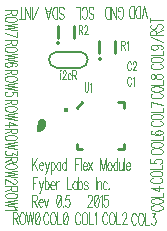
<source format=gto>
G04 DipTrace 2.4.0.2*
%INkeypad.gto*%
%MOMM*%
%ADD10C,0.25*%
%ADD15C,0.152*%
%ADD23O,0.377X0.312*%
%ADD28O,0.4X0.437*%
%ADD35O,0.723X0.863*%
%ADD53C,0.118*%
%ADD54C,0.111*%
%FSLAX53Y53*%
G04*
G71*
G90*
G75*
G01*
%LNTopSilk*%
%LPD*%
X18618Y26844D2*
D15*
G02X18618Y25494I-80J-675D01*
G01*
X16543D2*
G02X16543Y26844I80J675D01*
G01*
X16581Y25494D2*
X18581D1*
X16581Y26844D2*
X18581D1*
X20163Y26743D2*
D10*
Y27743D1*
X21563Y26743D2*
Y27743D1*
D23*
X20241Y26272D3*
X16668Y28029D2*
D10*
Y29029D1*
X18068Y28029D2*
Y29029D1*
D23*
X16746Y27558D3*
D28*
X17355Y21931D3*
X18272Y22076D2*
D10*
X18772Y22576D1*
X21772D2*
X22272D1*
Y22076D1*
Y19076D2*
Y18576D1*
X21772D1*
X18272Y19076D2*
Y18576D1*
X18772D1*
G36*
X15063Y20014D2*
X15680Y20648D1*
X15196Y20994D1*
X15070Y20838D1*
X15063Y20014D1*
G37*
D35*
X15345Y20709D3*
X15060Y20131D2*
D10*
G03X15576Y20634I-68J586D01*
G01*
X15046Y20154D2*
G02X15106Y20774I970J219D01*
G01*
X22877Y24560D2*
D53*
X22855Y24633D1*
X22811Y24706D1*
X22768Y24742D1*
X22680D1*
X22636Y24706D1*
X22593Y24633D1*
X22571Y24560D1*
X22549Y24451D1*
Y24268D1*
X22571Y24159D1*
X22593Y24086D1*
X22636Y24014D1*
X22680Y23977D1*
X22768D1*
X22811Y24014D1*
X22855Y24086D1*
X22877Y24159D1*
X23018Y24596D2*
X23062Y24633D1*
X23128Y24741D1*
Y23977D1*
X22882Y25844D2*
X22861Y25916D1*
X22817Y25990D1*
X22773Y26026D1*
X22686D1*
X22642Y25990D1*
X22598Y25916D1*
X22576Y25844D1*
X22554Y25734D1*
Y25552D1*
X22576Y25443D1*
X22598Y25370D1*
X22642Y25297D1*
X22686Y25260D1*
X22773D1*
X22817Y25297D1*
X22861Y25370D1*
X22882Y25443D1*
X23046Y25843D2*
Y25879D1*
X23067Y25953D1*
X23089Y25989D1*
X23133Y26025D1*
X23221D1*
X23264Y25989D1*
X23286Y25953D1*
X23308Y25879D1*
Y25807D1*
X23286Y25734D1*
X23242Y25625D1*
X23023Y25260D1*
X23330D1*
X16889Y25262D2*
X16910Y25226D1*
X16933Y25262D1*
X16910Y25299D1*
X16889Y25262D1*
X16910Y25007D2*
Y24496D1*
X17096Y25079D2*
Y25115D1*
X17118Y25189D1*
X17140Y25225D1*
X17184Y25261D1*
X17271D1*
X17314Y25225D1*
X17336Y25189D1*
X17358Y25115D1*
Y25043D1*
X17336Y24970D1*
X17293Y24861D1*
X17074Y24496D1*
X17380D1*
X17784Y24897D2*
X17740Y24970D1*
X17696Y25007D1*
X17631D1*
X17587Y24970D1*
X17544Y24897D1*
X17521Y24788D1*
Y24715D1*
X17544Y24606D1*
X17587Y24533D1*
X17631Y24496D1*
X17696D1*
X17740Y24533D1*
X17784Y24606D1*
X17925Y24897D2*
X18122D1*
X18188Y24934D1*
X18210Y24970D1*
X18232Y25043D1*
Y25116D1*
X18210Y25189D1*
X18188Y25226D1*
X18122Y25262D1*
X17925D1*
Y24496D1*
X18078Y24897D2*
X18232Y24496D1*
X22060Y27397D2*
X22256D1*
X22322Y27434D1*
X22344Y27470D1*
X22366Y27542D1*
Y27616D1*
X22344Y27688D1*
X22322Y27725D1*
X22256Y27761D1*
X22060D1*
Y26996D1*
X22213Y27397D2*
X22366Y26996D1*
X22507Y27615D2*
X22551Y27652D1*
X22617Y27761D1*
Y26996D1*
X18466Y28717D2*
X18663D1*
X18728Y28754D1*
X18751Y28790D1*
X18772Y28862D1*
Y28936D1*
X18751Y29008D1*
X18728Y29045D1*
X18663Y29081D1*
X18466D1*
Y28316D1*
X18619Y28717D2*
X18772Y28316D1*
X18936Y28899D2*
Y28935D1*
X18957Y29008D1*
X18979Y29044D1*
X19023Y29081D1*
X19111D1*
X19154Y29044D1*
X19176Y29008D1*
X19198Y28935D1*
Y28862D1*
X19176Y28789D1*
X19132Y28681D1*
X18913Y28316D1*
X19220D1*
X18960Y24242D2*
Y23695D1*
X18981Y23586D1*
X19025Y23513D1*
X19091Y23476D1*
X19135D1*
X19200Y23513D1*
X19244Y23586D1*
X19266Y23695D1*
Y24242D1*
X19407Y24095D2*
X19451Y24132D1*
X19517Y24241D1*
Y23476D1*
X24259Y29680D2*
D54*
X24026Y30701D1*
X23793Y29680D1*
X23660D2*
Y30701D1*
X23456D1*
X23368Y30651D1*
X23309Y30555D1*
X23280Y30457D1*
X23251Y30312D1*
Y30068D1*
X23280Y29922D1*
X23309Y29826D1*
X23368Y29728D1*
X23456Y29680D1*
X23660D1*
X23118D2*
Y30701D1*
X22914D1*
X22826Y30651D1*
X22768Y30555D1*
X22739Y30457D1*
X22710Y30312D1*
Y30068D1*
X22739Y29922D1*
X22768Y29826D1*
X22826Y29728D1*
X22914Y29680D1*
X23118D1*
X19223Y14509D2*
Y14558D1*
X19252Y14655D1*
X19281Y14704D1*
X19339Y14752D1*
X19456D1*
X19514Y14704D1*
X19543Y14655D1*
X19572Y14558D1*
Y14461D1*
X19543Y14363D1*
X19485Y14218D1*
X19193Y13732D1*
X19601D1*
X19910Y14752D2*
X19822Y14704D1*
X19764Y14558D1*
X19735Y14315D1*
Y14169D1*
X19764Y13926D1*
X19822Y13780D1*
X19910Y13732D1*
X19968D1*
X20055Y13780D1*
X20113Y13926D1*
X20143Y14169D1*
Y14315D1*
X20113Y14558D1*
X20055Y14704D1*
X19968Y14752D1*
X19910D1*
X20113Y14558D2*
X19764Y13926D1*
X20276Y14558D2*
X20335Y14607D1*
X20423Y14752D1*
Y13732D1*
X20906Y14752D2*
X20615D1*
X20586Y14315D1*
X20615Y14363D1*
X20702Y14413D1*
X20789D1*
X20877Y14363D1*
X20935Y14267D1*
X20964Y14121D1*
Y14024D1*
X20935Y13878D1*
X20877Y13780D1*
X20789Y13732D1*
X20702D1*
X20615Y13780D1*
X20586Y13830D1*
X20556Y13926D1*
X21771Y29888D2*
X21800Y29791D1*
X21859Y29693D1*
X21917Y29645D1*
X22033D1*
X22092Y29693D1*
X22150Y29791D1*
X22180Y29888D1*
X22208Y30034D1*
Y30277D1*
X22180Y30422D1*
X22150Y30520D1*
X22092Y30616D1*
X22033Y30666D1*
X21917D1*
X21859Y30616D1*
X21800Y30520D1*
X21771Y30422D1*
Y30277D1*
X21917D1*
X21229Y29645D2*
Y30666D1*
X21638Y29645D1*
Y30666D1*
X21096Y29645D2*
Y30666D1*
X20892D1*
X20804Y30616D1*
X20746Y30520D1*
X20717Y30422D1*
X20688Y30277D1*
Y30034D1*
X20717Y29888D1*
X20746Y29791D1*
X20804Y29693D1*
X20892Y29645D1*
X21096D1*
X19292Y29770D2*
X19350Y29673D1*
X19438Y29624D1*
X19554D1*
X19642Y29673D1*
X19700Y29770D1*
Y29867D1*
X19671Y29965D1*
X19642Y30013D1*
X19584Y30061D1*
X19409Y30159D1*
X19350Y30207D1*
X19321Y30257D1*
X19292Y30353D1*
Y30499D1*
X19350Y30596D1*
X19438Y30645D1*
X19554D1*
X19642Y30596D1*
X19700Y30499D1*
X18721Y29867D2*
X18750Y29770D1*
X18809Y29673D1*
X18867Y29624D1*
X18984D1*
X19042Y29673D1*
X19100Y29770D1*
X19130Y29867D1*
X19159Y30013D1*
Y30257D1*
X19130Y30402D1*
X19100Y30499D1*
X19042Y30596D1*
X18984Y30645D1*
X18867D1*
X18809Y30596D1*
X18750Y30499D1*
X18721Y30402D1*
X18588Y29624D2*
Y30645D1*
X18238D1*
X16771Y29770D2*
X16829Y29673D1*
X16916Y29624D1*
X17033D1*
X17120Y29673D1*
X17179Y29770D1*
Y29867D1*
X17149Y29965D1*
X17120Y30013D1*
X17062Y30061D1*
X16887Y30159D1*
X16829Y30207D1*
X16800Y30257D1*
X16771Y30353D1*
Y30499D1*
X16829Y30596D1*
X16916Y30645D1*
X17033D1*
X17120Y30596D1*
X17179Y30499D1*
X16637Y29624D2*
Y30645D1*
X16433D1*
X16345Y30596D1*
X16287Y30499D1*
X16258Y30402D1*
X16229Y30257D1*
Y30013D1*
X16258Y29867D1*
X16287Y29770D1*
X16345Y29673D1*
X16433Y29624D1*
X16637D1*
X15629Y30645D2*
X15862Y29624D1*
X16096Y30645D1*
X16008Y30305D2*
X15716D1*
X15006Y30650D2*
X14597Y29630D1*
X14464Y29629D2*
Y30650D1*
X13922Y29629D2*
Y30650D1*
X14331Y29629D1*
Y30650D1*
X13585Y29629D2*
Y30650D1*
X13789Y29629D2*
X13381D1*
X25556Y27697D2*
X24536Y28106D1*
X25021Y28239D2*
Y28501D1*
X24972Y28589D1*
X24923Y28618D1*
X24827Y28647D1*
X24729D1*
X24633Y28618D1*
X24583Y28589D1*
X24535Y28501D1*
Y28239D1*
X25556D1*
X25021Y28443D2*
X25556Y28647D1*
X24681Y29189D2*
X24583Y29131D1*
X24535Y29043D1*
Y28927D1*
X24583Y28839D1*
X24681Y28781D1*
X24777D1*
X24875Y28810D1*
X24923Y28839D1*
X24972Y28897D1*
X25069Y29072D1*
X25118Y29131D1*
X25167Y29160D1*
X25264Y29189D1*
X25410D1*
X25506Y29131D1*
X25556Y29043D1*
Y28927D1*
X25506Y28839D1*
X25410Y28781D1*
X24535Y29527D2*
X25556D1*
X24535Y29322D2*
Y29731D1*
X24779Y25809D2*
X24682Y25780D1*
X24584Y25722D1*
X24536Y25664D1*
Y25547D1*
X24584Y25489D1*
X24682Y25431D1*
X24779Y25401D1*
X24925Y25372D1*
X25168D1*
X25313Y25401D1*
X25411Y25431D1*
X25507Y25489D1*
X25557Y25547D1*
Y25664D1*
X25507Y25722D1*
X25411Y25780D1*
X25313Y25809D1*
X24536Y26118D2*
X24584Y26059D1*
X24682Y26001D1*
X24779Y25972D1*
X24925Y25943D1*
X25168D1*
X25313Y25972D1*
X25411Y26001D1*
X25507Y26059D1*
X25557Y26118D1*
Y26235D1*
X25507Y26292D1*
X25411Y26351D1*
X25313Y26380D1*
X25168Y26409D1*
X24925D1*
X24779Y26380D1*
X24682Y26351D1*
X24584Y26292D1*
X24536Y26235D1*
Y26118D1*
Y26542D2*
X25557D1*
Y26892D1*
X24876Y27405D2*
X25022Y27375D1*
X25120Y27317D1*
X25168Y27230D1*
Y27201D1*
X25120Y27113D1*
X25022Y27055D1*
X24876Y27025D1*
X24828D1*
X24682Y27055D1*
X24585Y27113D1*
X24537Y27201D1*
Y27230D1*
X24585Y27317D1*
X24682Y27375D1*
X24876Y27405D1*
X25120D1*
X25363Y27375D1*
X25509Y27317D1*
X25557Y27230D1*
Y27172D1*
X25509Y27084D1*
X25411Y27055D1*
X12736Y30371D2*
Y30109D1*
X12785Y30021D1*
X12834Y29992D1*
X12930Y29963D1*
X13028D1*
X13125Y29992D1*
X13174Y30021D1*
X13222Y30109D1*
Y30371D1*
X12201D1*
X12736Y30167D2*
X12201Y29963D1*
X13222Y29654D2*
X13174Y29713D1*
X13076Y29771D1*
X12980Y29800D1*
X12834Y29829D1*
X12590D1*
X12445Y29800D1*
X12347Y29771D1*
X12251Y29713D1*
X12201Y29654D1*
Y29538D1*
X12251Y29480D1*
X12347Y29421D1*
X12445Y29392D1*
X12590Y29363D1*
X12834D1*
X12980Y29392D1*
X13076Y29421D1*
X13174Y29480D1*
X13222Y29538D1*
Y29654D1*
Y29230D2*
X12201Y29083D1*
X13222Y28938D1*
X12201Y28792D1*
X13222Y28646D1*
X12201Y28396D2*
X13221Y28104D1*
Y28513D1*
X24781Y23329D2*
X24684Y23300D1*
X24586Y23241D1*
X24538Y23184D1*
Y23067D1*
X24586Y23008D1*
X24684Y22950D1*
X24781Y22921D1*
X24927Y22892D1*
X25170D1*
X25315Y22921D1*
X25413Y22950D1*
X25509Y23008D1*
X25559Y23067D1*
Y23184D1*
X25509Y23241D1*
X25413Y23300D1*
X25315Y23329D1*
X24538Y23638D2*
X24586Y23579D1*
X24684Y23521D1*
X24781Y23491D1*
X24927Y23462D1*
X25170D1*
X25315Y23491D1*
X25413Y23521D1*
X25509Y23579D1*
X25559Y23638D1*
Y23754D1*
X25509Y23812D1*
X25413Y23871D1*
X25315Y23900D1*
X25170Y23929D1*
X24927D1*
X24781Y23900D1*
X24684Y23871D1*
X24586Y23812D1*
X24538Y23754D1*
Y23638D1*
Y24062D2*
X25559D1*
Y24412D1*
X24539Y24691D2*
X24587Y24604D1*
X24684Y24574D1*
X24782D1*
X24878Y24604D1*
X24928Y24662D1*
X24976Y24778D1*
X25024Y24866D1*
X25122Y24924D1*
X25219Y24953D1*
X25365D1*
X25461Y24924D1*
X25511Y24895D1*
X25559Y24807D1*
Y24691D1*
X25511Y24604D1*
X25461Y24574D1*
X25365Y24545D1*
X25219D1*
X25122Y24574D1*
X25024Y24633D1*
X24976Y24720D1*
X24928Y24836D1*
X24878Y24895D1*
X24782Y24924D1*
X24684D1*
X24587Y24895D1*
X24539Y24807D1*
Y24691D1*
X24781Y20980D2*
X24684Y20951D1*
X24586Y20893D1*
X24538Y20835D1*
Y20718D1*
X24586Y20659D1*
X24684Y20601D1*
X24781Y20572D1*
X24927Y20543D1*
X25170D1*
X25315Y20572D1*
X25413Y20601D1*
X25509Y20659D1*
X25559Y20718D1*
Y20835D1*
X25509Y20893D1*
X25413Y20951D1*
X25315Y20980D1*
X24538Y21289D2*
X24586Y21230D1*
X24684Y21172D1*
X24781Y21142D1*
X24927Y21113D1*
X25170D1*
X25315Y21142D1*
X25413Y21172D1*
X25509Y21230D1*
X25559Y21289D1*
Y21405D1*
X25509Y21463D1*
X25413Y21522D1*
X25315Y21551D1*
X25170Y21580D1*
X24927D1*
X24781Y21551D1*
X24684Y21522D1*
X24586Y21463D1*
X24538Y21405D1*
Y21289D1*
Y21713D2*
X25559D1*
Y22063D1*
Y22313D2*
X24539Y22605D1*
Y22196D1*
X24782Y18600D2*
X24686Y18571D1*
X24588Y18512D1*
X24540Y18454D1*
Y18337D1*
X24588Y18279D1*
X24686Y18221D1*
X24782Y18191D1*
X24928Y18162D1*
X25172D1*
X25317Y18191D1*
X25415Y18221D1*
X25511Y18279D1*
X25561Y18337D1*
Y18454D1*
X25511Y18512D1*
X25415Y18571D1*
X25317Y18600D1*
X24540Y18908D2*
X24588Y18849D1*
X24686Y18792D1*
X24782Y18762D1*
X24928Y18733D1*
X25172D1*
X25317Y18762D1*
X25415Y18792D1*
X25511Y18849D1*
X25561Y18908D1*
Y19025D1*
X25511Y19083D1*
X25415Y19141D1*
X25317Y19170D1*
X25172Y19199D1*
X24928D1*
X24782Y19170D1*
X24686Y19141D1*
X24588Y19083D1*
X24540Y19025D1*
Y18908D1*
Y19333D2*
X25561D1*
Y19682D1*
X24686Y20165D2*
X24589Y20136D1*
X24541Y20049D1*
Y19991D1*
X24589Y19903D1*
X24735Y19845D1*
X24978Y19816D1*
X25220D1*
X25415Y19845D1*
X25512Y19903D1*
X25561Y19991D1*
Y20020D1*
X25512Y20107D1*
X25415Y20165D1*
X25269Y20194D1*
X25220D1*
X25074Y20165D1*
X24978Y20107D1*
X24930Y20020D1*
Y19991D1*
X24978Y19903D1*
X25074Y19845D1*
X25220Y19816D1*
X24772Y16156D2*
X24676Y16127D1*
X24578Y16069D1*
X24530Y16011D1*
Y15894D1*
X24578Y15836D1*
X24676Y15778D1*
X24772Y15748D1*
X24918Y15719D1*
X25162D1*
X25307Y15748D1*
X25405Y15778D1*
X25501Y15836D1*
X25551Y15894D1*
Y16011D1*
X25501Y16069D1*
X25405Y16127D1*
X25307Y16156D1*
X24530Y16465D2*
X24578Y16406D1*
X24676Y16348D1*
X24772Y16319D1*
X24918Y16290D1*
X25162D1*
X25307Y16319D1*
X25405Y16348D1*
X25501Y16406D1*
X25551Y16465D1*
Y16581D1*
X25501Y16639D1*
X25405Y16698D1*
X25307Y16727D1*
X25162Y16756D1*
X24918D1*
X24772Y16727D1*
X24676Y16698D1*
X24578Y16639D1*
X24530Y16581D1*
Y16465D1*
Y16889D2*
X25551D1*
Y17239D1*
X24531Y17722D2*
Y17431D1*
X24968Y17402D1*
X24919Y17431D1*
X24870Y17519D1*
Y17606D1*
X24919Y17693D1*
X25016Y17752D1*
X25162Y17781D1*
X25259D1*
X25405Y17752D1*
X25502Y17693D1*
X25551Y17606D1*
Y17519D1*
X25502Y17431D1*
X25453Y17402D1*
X25356Y17372D1*
X24792Y13834D2*
X24695Y13805D1*
X24597Y13747D1*
X24549Y13689D1*
Y13572D1*
X24597Y13514D1*
X24695Y13456D1*
X24792Y13426D1*
X24938Y13397D1*
X25181D1*
X25326Y13426D1*
X25424Y13456D1*
X25521Y13514D1*
X25570Y13572D1*
Y13689D1*
X25521Y13747D1*
X25424Y13805D1*
X25326Y13834D1*
X24549Y14143D2*
X24597Y14084D1*
X24695Y14026D1*
X24792Y13997D1*
X24938Y13968D1*
X25181D1*
X25326Y13997D1*
X25424Y14026D1*
X25521Y14084D1*
X25570Y14143D1*
Y14260D1*
X25521Y14317D1*
X25424Y14376D1*
X25326Y14405D1*
X25181Y14434D1*
X24938D1*
X24792Y14405D1*
X24695Y14376D1*
X24597Y14317D1*
X24549Y14260D1*
Y14143D1*
Y14567D2*
X25570D1*
Y14917D1*
Y15342D2*
X24550D1*
X25230Y15050D1*
Y15488D1*
X23351Y12968D2*
X23322Y13065D1*
X23263Y13163D1*
X23205Y13211D1*
X23089D1*
X23030Y13163D1*
X22972Y13065D1*
X22943Y12968D1*
X22914Y12822D1*
Y12579D1*
X22943Y12434D1*
X22972Y12336D1*
X23030Y12240D1*
X23089Y12190D1*
X23205D1*
X23263Y12240D1*
X23322Y12336D1*
X23351Y12434D1*
X23659Y13211D2*
X23601Y13163D1*
X23543Y13065D1*
X23513Y12968D1*
X23484Y12822D1*
Y12579D1*
X23513Y12434D1*
X23543Y12336D1*
X23601Y12240D1*
X23659Y12190D1*
X23776D1*
X23834Y12240D1*
X23893Y12336D1*
X23922Y12434D1*
X23951Y12579D1*
Y12822D1*
X23922Y12968D1*
X23893Y13065D1*
X23834Y13163D1*
X23776Y13211D1*
X23659D1*
X24084D2*
Y12190D1*
X24434D1*
X24626Y13210D2*
X24946D1*
X24771Y12821D1*
X24859D1*
X24917Y12773D1*
X24946Y12725D1*
X24975Y12579D1*
Y12482D1*
X24946Y12336D1*
X24888Y12238D1*
X24800Y12190D1*
X24713D1*
X24626Y12238D1*
X24597Y12288D1*
X24567Y12384D1*
X20891Y12998D2*
X20862Y13095D1*
X20803Y13193D1*
X20745Y13241D1*
X20628D1*
X20570Y13193D1*
X20512Y13095D1*
X20482Y12998D1*
X20453Y12852D1*
Y12609D1*
X20482Y12464D1*
X20512Y12366D1*
X20570Y12269D1*
X20628Y12220D1*
X20745D1*
X20803Y12269D1*
X20862Y12366D1*
X20891Y12464D1*
X21199Y13241D2*
X21140Y13193D1*
X21082Y13095D1*
X21053Y12998D1*
X21024Y12852D1*
Y12609D1*
X21053Y12464D1*
X21082Y12366D1*
X21140Y12269D1*
X21199Y12220D1*
X21316D1*
X21374Y12269D1*
X21432Y12366D1*
X21461Y12464D1*
X21490Y12609D1*
Y12852D1*
X21461Y12998D1*
X21432Y13095D1*
X21374Y13193D1*
X21316Y13241D1*
X21199D1*
X21623D2*
Y12220D1*
X21973D1*
X22136Y12997D2*
Y13045D1*
X22165Y13143D1*
X22194Y13191D1*
X22253Y13240D1*
X22369D1*
X22427Y13191D1*
X22456Y13143D1*
X22486Y13045D1*
Y12949D1*
X22456Y12851D1*
X22398Y12706D1*
X22107Y12220D1*
X22515D1*
X18581Y13013D2*
X18552Y13110D1*
X18493Y13208D1*
X18435Y13256D1*
X18319D1*
X18260Y13208D1*
X18202Y13110D1*
X18172Y13013D1*
X18143Y12867D1*
Y12624D1*
X18172Y12479D1*
X18202Y12381D1*
X18260Y12285D1*
X18319Y12235D1*
X18435D1*
X18493Y12285D1*
X18552Y12381D1*
X18581Y12479D1*
X18889Y13256D2*
X18831Y13208D1*
X18773Y13110D1*
X18743Y13013D1*
X18714Y12867D1*
Y12624D1*
X18743Y12479D1*
X18773Y12381D1*
X18831Y12285D1*
X18889Y12235D1*
X19006D1*
X19064Y12285D1*
X19122Y12381D1*
X19151Y12479D1*
X19180Y12624D1*
Y12867D1*
X19151Y13013D1*
X19122Y13110D1*
X19064Y13208D1*
X19006Y13256D1*
X18889D1*
X19314D2*
Y12235D1*
X19663D1*
X19797Y13061D2*
X19855Y13110D1*
X19943Y13255D1*
Y12235D1*
X15899Y13017D2*
X15870Y13113D1*
X15811Y13211D1*
X15753Y13259D1*
X15637D1*
X15578Y13211D1*
X15520Y13113D1*
X15490Y13017D1*
X15461Y12871D1*
Y12627D1*
X15490Y12482D1*
X15520Y12384D1*
X15578Y12288D1*
X15637Y12238D1*
X15753D1*
X15811Y12288D1*
X15870Y12384D1*
X15899Y12482D1*
X16207Y13259D2*
X16149Y13211D1*
X16091Y13113D1*
X16061Y13017D1*
X16032Y12871D1*
Y12627D1*
X16061Y12482D1*
X16091Y12384D1*
X16149Y12288D1*
X16207Y12238D1*
X16324D1*
X16382Y12288D1*
X16440Y12384D1*
X16469Y12482D1*
X16498Y12627D1*
Y12871D1*
X16469Y13017D1*
X16440Y13113D1*
X16382Y13211D1*
X16324Y13259D1*
X16207D1*
X16632D2*
Y12238D1*
X16981D1*
X17290Y13258D2*
X17202Y13210D1*
X17144Y13064D1*
X17115Y12821D1*
Y12675D1*
X17144Y12433D1*
X17202Y12287D1*
X17290Y12238D1*
X17348D1*
X17435Y12287D1*
X17493Y12433D1*
X17523Y12675D1*
Y12821D1*
X17493Y13064D1*
X17435Y13210D1*
X17348Y13258D1*
X17290D1*
X17493Y13064D2*
X17144Y12433D1*
X12726Y27820D2*
Y27558D1*
X12775Y27470D1*
X12824Y27441D1*
X12920Y27412D1*
X13018D1*
X13114Y27441D1*
X13164Y27470D1*
X13212Y27558D1*
Y27820D1*
X12191D1*
X12726Y27616D2*
X12191Y27412D1*
X13212Y27103D2*
X13164Y27162D1*
X13066Y27220D1*
X12970Y27250D1*
X12824Y27279D1*
X12580D1*
X12435Y27250D1*
X12337Y27220D1*
X12241Y27162D1*
X12191Y27103D1*
Y26987D1*
X12241Y26929D1*
X12337Y26870D1*
X12435Y26841D1*
X12580Y26812D1*
X12824D1*
X12970Y26841D1*
X13066Y26870D1*
X13164Y26929D1*
X13212Y26987D1*
Y27103D1*
Y26679D2*
X12191Y26533D1*
X13212Y26387D1*
X12191Y26242D1*
X13212Y26095D1*
X13066Y25612D2*
X13163Y25641D1*
X13211Y25729D1*
Y25787D1*
X13163Y25874D1*
X13017Y25933D1*
X12774Y25962D1*
X12532D1*
X12337Y25933D1*
X12240Y25874D1*
X12191Y25787D1*
Y25758D1*
X12240Y25671D1*
X12337Y25612D1*
X12483Y25583D1*
X12532D1*
X12678Y25612D1*
X12774Y25671D1*
X12822Y25758D1*
Y25787D1*
X12774Y25874D1*
X12678Y25933D1*
X12532Y25962D1*
X12721Y25328D2*
Y25066D1*
X12771Y24979D1*
X12819Y24949D1*
X12916Y24920D1*
X13013D1*
X13110Y24949D1*
X13159Y24979D1*
X13208Y25066D1*
Y25328D1*
X12187D1*
X12721Y25124D2*
X12187Y24920D1*
X13208Y24612D2*
X13159Y24670D1*
X13062Y24728D1*
X12965Y24758D1*
X12819Y24787D1*
X12575D1*
X12431Y24758D1*
X12333Y24728D1*
X12236Y24670D1*
X12187Y24612D1*
Y24495D1*
X12236Y24437D1*
X12333Y24378D1*
X12431Y24349D1*
X12575Y24320D1*
X12819D1*
X12965Y24349D1*
X13062Y24378D1*
X13159Y24437D1*
X13208Y24495D1*
Y24612D1*
Y24187D2*
X12187Y24041D1*
X13208Y23895D1*
X12187Y23750D1*
X13208Y23604D1*
X13207Y23121D2*
Y23412D1*
X12770Y23441D1*
X12818Y23412D1*
X12867Y23324D1*
Y23237D1*
X12818Y23149D1*
X12721Y23091D1*
X12575Y23062D1*
X12479D1*
X12333Y23091D1*
X12235Y23149D1*
X12187Y23237D1*
Y23324D1*
X12235Y23412D1*
X12285Y23441D1*
X12381Y23470D1*
X12733Y22791D2*
Y22529D1*
X12782Y22441D1*
X12830Y22411D1*
X12927Y22382D1*
X13025D1*
X13121Y22411D1*
X13171Y22441D1*
X13219Y22529D1*
Y22791D1*
X12198D1*
X12733Y22587D2*
X12198Y22382D1*
X13219Y22074D2*
X13171Y22132D1*
X13073Y22190D1*
X12976Y22220D1*
X12830Y22249D1*
X12587D1*
X12442Y22220D1*
X12344Y22190D1*
X12248Y22132D1*
X12198Y22074D1*
Y21957D1*
X12248Y21899D1*
X12344Y21841D1*
X12442Y21812D1*
X12587Y21783D1*
X12830D1*
X12976Y21812D1*
X13073Y21841D1*
X13171Y21899D1*
X13219Y21957D1*
Y22074D1*
Y21649D2*
X12198Y21503D1*
X13219Y21358D1*
X12198Y21212D1*
X13219Y21066D1*
X12198Y20641D2*
X13218D1*
X12538Y20933D1*
Y20495D1*
X12733Y20345D2*
Y20083D1*
X12782Y19995D1*
X12830Y19965D1*
X12927Y19936D1*
X13025D1*
X13121Y19965D1*
X13171Y19995D1*
X13219Y20083D1*
Y20345D1*
X12198D1*
X12733Y20141D2*
X12198Y19936D1*
X13219Y19628D2*
X13171Y19687D1*
X13073Y19744D1*
X12976Y19774D1*
X12830Y19803D1*
X12587D1*
X12442Y19774D1*
X12344Y19744D1*
X12247Y19687D1*
X12198Y19628D1*
Y19511D1*
X12247Y19453D1*
X12344Y19395D1*
X12442Y19366D1*
X12587Y19337D1*
X12830D1*
X12976Y19366D1*
X13073Y19395D1*
X13171Y19453D1*
X13219Y19511D1*
Y19628D1*
Y19203D2*
X12198Y19057D1*
X13219Y18912D1*
X12198Y18766D1*
X13219Y18620D1*
X13218Y18428D2*
Y18108D1*
X12829Y18282D1*
Y18195D1*
X12781Y18137D1*
X12733Y18108D1*
X12587Y18078D1*
X12490D1*
X12344Y18108D1*
X12246Y18166D1*
X12198Y18253D1*
Y18341D1*
X12246Y18428D1*
X12296Y18457D1*
X12392Y18487D1*
X12747Y17926D2*
Y17664D1*
X12796Y17577D1*
X12844Y17547D1*
X12941Y17518D1*
X13039D1*
X13135Y17547D1*
X13185Y17577D1*
X13233Y17664D1*
Y17926D1*
X12212D1*
X12747Y17722D2*
X12212Y17518D1*
X13233Y17209D2*
X13185Y17268D1*
X13087Y17326D1*
X12990Y17356D1*
X12844Y17385D1*
X12601D1*
X12456Y17356D1*
X12358Y17326D1*
X12261Y17268D1*
X12212Y17209D1*
Y17093D1*
X12261Y17035D1*
X12358Y16976D1*
X12456Y16947D1*
X12601Y16918D1*
X12844D1*
X12990Y16947D1*
X13087Y16976D1*
X13185Y17035D1*
X13233Y17093D1*
Y17209D1*
Y16785D2*
X12212Y16639D1*
X13233Y16493D1*
X12212Y16348D1*
X13233Y16201D1*
X12989Y16038D2*
X13037D1*
X13135Y16010D1*
X13183Y15981D1*
X13232Y15922D1*
Y15805D1*
X13183Y15747D1*
X13135Y15718D1*
X13037Y15689D1*
X12941D1*
X12843Y15718D1*
X12698Y15776D1*
X12212Y16068D1*
Y15660D1*
X12763Y15442D2*
Y15180D1*
X12813Y15092D1*
X12861Y15063D1*
X12958Y15034D1*
X13055D1*
X13152Y15063D1*
X13201Y15092D1*
X13250Y15180D1*
Y15442D1*
X12229D1*
X12763Y15238D2*
X12229Y15034D1*
X13250Y14725D2*
X13201Y14784D1*
X13104Y14842D1*
X13007Y14871D1*
X12861Y14900D1*
X12617D1*
X12473Y14871D1*
X12375Y14842D1*
X12278Y14784D1*
X12229Y14725D1*
Y14608D1*
X12278Y14550D1*
X12375Y14492D1*
X12473Y14463D1*
X12617Y14434D1*
X12861D1*
X13007Y14463D1*
X13104Y14492D1*
X13201Y14550D1*
X13250Y14608D1*
Y14725D1*
Y14301D2*
X12229Y14154D1*
X13250Y14009D1*
X12229Y13863D1*
X13250Y13717D1*
X13054Y13584D2*
X13104Y13525D1*
X13249Y13437D1*
X12229D1*
X12890Y12757D2*
X13152D1*
X13239Y12807D1*
X13269Y12855D1*
X13298Y12952D1*
Y13049D1*
X13269Y13146D1*
X13239Y13195D1*
X13152Y13244D1*
X12890D1*
Y12223D1*
X13094Y12757D2*
X13298Y12223D1*
X13606Y13244D2*
X13548Y13195D1*
X13490Y13098D1*
X13460Y13001D1*
X13431Y12855D1*
Y12611D1*
X13460Y12466D1*
X13490Y12369D1*
X13548Y12272D1*
X13606Y12223D1*
X13723D1*
X13781Y12272D1*
X13840Y12369D1*
X13869Y12466D1*
X13898Y12611D1*
Y12855D1*
X13869Y13001D1*
X13840Y13098D1*
X13781Y13195D1*
X13723Y13244D1*
X13606D1*
X14031D2*
X14177Y12223D1*
X14323Y13244D1*
X14468Y12223D1*
X14614Y13244D1*
X14923Y13242D2*
X14835Y13194D1*
X14777Y13048D1*
X14748Y12806D1*
Y12660D1*
X14777Y12417D1*
X14835Y12271D1*
X14923Y12223D1*
X14981D1*
X15069Y12271D1*
X15126Y12417D1*
X15156Y12660D1*
Y12806D1*
X15126Y13048D1*
X15069Y13194D1*
X14981Y13242D1*
X14923D1*
X15126Y13048D2*
X14777Y12417D1*
X14508Y14242D2*
X14771D1*
X14858Y14292D1*
X14888Y14340D1*
X14917Y14437D1*
Y14534D1*
X14888Y14631D1*
X14858Y14680D1*
X14771Y14729D1*
X14508D1*
Y13708D1*
X14713Y14242D2*
X14917Y13708D1*
X15050Y14096D2*
X15400D1*
Y14194D1*
X15371Y14292D1*
X15342Y14340D1*
X15283Y14388D1*
X15196D1*
X15138Y14340D1*
X15079Y14242D1*
X15050Y14096D1*
Y14000D1*
X15079Y13854D1*
X15138Y13757D1*
X15196Y13708D1*
X15283D1*
X15342Y13757D1*
X15400Y13854D1*
X15533Y14388D2*
X15708Y13708D1*
X15883Y14388D1*
X16729Y14728D2*
X16641Y14679D1*
X16583Y14533D1*
X16554Y14291D1*
Y14145D1*
X16583Y13902D1*
X16641Y13756D1*
X16729Y13708D1*
X16787D1*
X16875Y13756D1*
X16933Y13902D1*
X16962Y14145D1*
Y14291D1*
X16933Y14533D1*
X16875Y14679D1*
X16787Y14728D1*
X16729D1*
X16933Y14533D2*
X16583Y13902D1*
X17125Y13806D2*
X17096Y13756D1*
X17125Y13708D1*
X17154Y13756D1*
X17125Y13806D1*
X17637Y14728D2*
X17346D1*
X17317Y14291D1*
X17346Y14339D1*
X17434Y14388D1*
X17521D1*
X17608Y14339D1*
X17667Y14242D1*
X17696Y14096D1*
Y14000D1*
X17667Y13854D1*
X17608Y13756D1*
X17521Y13708D1*
X17434D1*
X17346Y13756D1*
X17317Y13806D1*
X17288Y13902D1*
X14929Y16226D2*
X14550D1*
Y15205D1*
Y15739D2*
X14783D1*
X15092Y15885D2*
X15267Y15205D1*
X15209Y15010D1*
X15150Y14913D1*
X15092Y14864D1*
X15062D1*
X15442Y15885D2*
X15267Y15205D1*
X15575Y16226D2*
Y15205D1*
Y15739D2*
X15634Y15837D1*
X15692Y15885D1*
X15779D1*
X15837Y15837D1*
X15896Y15739D1*
X15925Y15593D1*
Y15497D1*
X15896Y15351D1*
X15837Y15254D1*
X15779Y15205D1*
X15692D1*
X15634Y15254D1*
X15575Y15351D1*
X16058Y15593D2*
X16408D1*
Y15691D1*
X16379Y15789D1*
X16350Y15837D1*
X16291Y15885D1*
X16204D1*
X16146Y15837D1*
X16087Y15739D1*
X16058Y15593D1*
Y15497D1*
X16087Y15351D1*
X16146Y15254D1*
X16204Y15205D1*
X16291D1*
X16350Y15254D1*
X16408Y15351D1*
X16541Y15885D2*
Y15205D1*
Y15593D2*
X16571Y15739D1*
X16629Y15837D1*
X16687Y15885D1*
X16775D1*
X17446Y16226D2*
Y15205D1*
X17796D1*
X18279Y15885D2*
Y15205D1*
Y15739D2*
X18221Y15837D1*
X18162Y15885D1*
X18075D1*
X18017Y15837D1*
X17959Y15739D1*
X17929Y15593D1*
Y15497D1*
X17959Y15351D1*
X18017Y15254D1*
X18075Y15205D1*
X18162D1*
X18221Y15254D1*
X18279Y15351D1*
X18412Y16226D2*
Y15205D1*
Y15739D2*
X18471Y15837D1*
X18529Y15885D1*
X18616D1*
X18674Y15837D1*
X18733Y15739D1*
X18762Y15593D1*
Y15497D1*
X18733Y15351D1*
X18674Y15254D1*
X18616Y15205D1*
X18529D1*
X18471Y15254D1*
X18412Y15351D1*
X19216Y15739D2*
X19187Y15837D1*
X19099Y15885D1*
X19012D1*
X18924Y15837D1*
X18895Y15739D1*
X18924Y15643D1*
X18983Y15593D1*
X19128Y15545D1*
X19187Y15497D1*
X19216Y15399D1*
Y15351D1*
X19187Y15254D1*
X19099Y15205D1*
X19012D1*
X18924Y15254D1*
X18895Y15351D1*
X19887Y16226D2*
Y15205D1*
X20020Y15885D2*
Y15205D1*
Y15691D2*
X20108Y15837D1*
X20166Y15885D1*
X20253D1*
X20312Y15837D1*
X20341Y15691D1*
Y15205D1*
X20825Y15739D2*
X20766Y15837D1*
X20708Y15885D1*
X20621D1*
X20562Y15837D1*
X20504Y15739D1*
X20474Y15593D1*
Y15497D1*
X20504Y15351D1*
X20562Y15254D1*
X20621Y15205D1*
X20708D1*
X20766Y15254D1*
X20825Y15351D1*
X20987Y15302D2*
X20958Y15253D1*
X20987Y15205D1*
X21017Y15253D1*
X20987Y15302D1*
X18529Y17839D2*
X18150D1*
Y16819D1*
Y17353D2*
X18383D1*
X18662Y17839D2*
Y16819D1*
X18796Y17207D2*
X19145D1*
Y17305D1*
X19116Y17403D1*
X19087Y17451D1*
X19029Y17499D1*
X18941D1*
X18883Y17451D1*
X18825Y17353D1*
X18796Y17207D1*
Y17111D1*
X18825Y16965D1*
X18883Y16868D1*
X18941Y16819D1*
X19029D1*
X19087Y16868D1*
X19145Y16965D1*
X19279Y17499D2*
X19599Y16819D1*
Y17499D2*
X19279Y16819D1*
X20737D2*
Y17839D1*
X20504Y16819D1*
X20270Y17839D1*
Y16819D1*
X21016Y17499D2*
X20958Y17451D1*
X20899Y17353D1*
X20870Y17207D1*
Y17111D1*
X20899Y16965D1*
X20958Y16868D1*
X21016Y16819D1*
X21103D1*
X21162Y16868D1*
X21220Y16965D1*
X21249Y17111D1*
Y17207D1*
X21220Y17353D1*
X21162Y17451D1*
X21103Y17499D1*
X21016D1*
X21732Y17839D2*
Y16819D1*
Y17353D2*
X21675Y17451D1*
X21616Y17499D1*
X21528D1*
X21470Y17451D1*
X21412Y17353D1*
X21383Y17207D1*
Y17111D1*
X21412Y16965D1*
X21470Y16868D1*
X21528Y16819D1*
X21616D1*
X21675Y16868D1*
X21732Y16965D1*
X21866Y17499D2*
Y17013D1*
X21895Y16868D1*
X21953Y16819D1*
X22041D1*
X22099Y16868D1*
X22187Y17013D1*
Y17499D2*
Y16819D1*
X22320Y17839D2*
Y16819D1*
X22453Y17207D2*
X22803D1*
Y17305D1*
X22774Y17403D1*
X22745Y17451D1*
X22686Y17499D1*
X22599D1*
X22541Y17451D1*
X22482Y17353D1*
X22453Y17207D1*
Y17111D1*
X22482Y16965D1*
X22541Y16868D1*
X22599Y16819D1*
X22686D1*
X22745Y16868D1*
X22803Y16965D1*
X14540Y17854D2*
Y16833D1*
X14948Y17854D2*
X14540Y17174D1*
X14685Y17417D2*
X14948Y16833D1*
X15081Y17222D2*
X15431D1*
Y17320D1*
X15402Y17417D1*
X15373Y17466D1*
X15314Y17514D1*
X15227D1*
X15169Y17466D1*
X15110Y17368D1*
X15081Y17222D1*
Y17125D1*
X15110Y16979D1*
X15169Y16883D1*
X15227Y16833D1*
X15314D1*
X15373Y16883D1*
X15431Y16979D1*
X15594Y17514D2*
X15768Y16833D1*
X15710Y16639D1*
X15652Y16541D1*
X15594Y16493D1*
X15564D1*
X15944Y17514D2*
X15768Y16833D1*
X16077Y17514D2*
Y16493D1*
Y17368D2*
X16136Y17464D1*
X16194Y17514D1*
X16281D1*
X16340Y17464D1*
X16398Y17368D1*
X16427Y17222D1*
Y17124D1*
X16398Y16979D1*
X16340Y16882D1*
X16281Y16833D1*
X16194D1*
X16136Y16882D1*
X16077Y16979D1*
X16910Y17514D2*
Y16833D1*
Y17368D2*
X16852Y17466D1*
X16794Y17514D1*
X16707D1*
X16648Y17466D1*
X16590Y17368D1*
X16561Y17222D1*
Y17125D1*
X16590Y16979D1*
X16648Y16883D1*
X16707Y16833D1*
X16794D1*
X16852Y16883D1*
X16910Y16979D1*
X17393Y17854D2*
Y16833D1*
Y17368D2*
X17336Y17466D1*
X17277Y17514D1*
X17189D1*
X17131Y17466D1*
X17073Y17368D1*
X17044Y17222D1*
Y17125D1*
X17073Y16979D1*
X17131Y16883D1*
X17189Y16833D1*
X17277D1*
X17336Y16883D1*
X17393Y16979D1*
M02*

</source>
